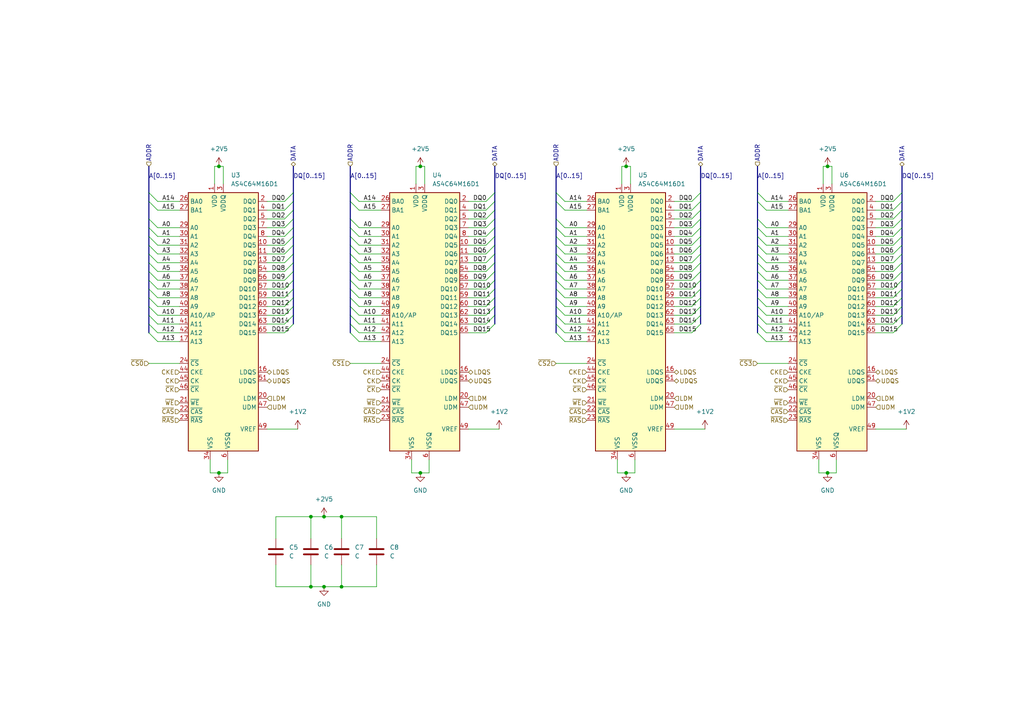
<source format=kicad_sch>
(kicad_sch (version 20230121) (generator eeschema)
  (paper "A4")
  (lib_symbols
    (symbol "Device:C" (pin_numbers hide) (pin_names (offset 0.254))
      (property "Reference" "C" (at 0.635 2.54 0))
      (property "Value" "C" (at 0.635 -2.54 0))
      (symbol "C_0_1"
        (polyline (pts (xy -2.032 -0.762) (xy 2.032 -0.762)) (stroke (width 0.508)))
        (polyline (pts (xy -2.032 0.762) (xy 2.032 0.762)) (stroke (width 0.508)))
      )
      (symbol "C_1_1"
        (pin passive line (at 0 3.81 270) (length 2.794) (name "~") (number "1"))
        (pin passive line (at 0 -3.81 90) (length 2.794) (name "~") (number "2"))
      )
    )
    (symbol "engeavour:AS4C64M16D1"
      (property "Reference" "U" (at -7.62 34.29 0))
      (property "Value" "AS4C64M16D1" (at 7.62 34.29 0))
      (symbol "AS4C64M16D1_0_1"
        (rectangle (start -10.16 33.02) (end 10.16 -41.91) (stroke (width 0.254)) (fill (type background)))
      )
      (symbol "AS4C64M16D1_1_0"
        (pin input line (at 12.7 -19.05 180) (length 2.54) (name "LDQS") (number "16"))
        (pin input line (at -12.7 -10.16 0) (length 2.54) (name "A13") (number "17"))
        (pin passive line (at -2.54 35.56 270) (length 2.54) hide (name "VDD") (number "18"))
        (pin no_connect line (at 6.35 -44.45 90) (length 2.54) hide (name "NC") (number "19"))
        (pin input line (at 12.7 -26.67 180) (length 2.54) (name "LDM") (number "20"))
        (pin no_connect line (at 6.35 -44.45 90) (length 2.54) hide (name "NC") (number "25"))
        (pin input line (at -12.7 -24.13 0) (length 2.54) (name "~{CK}") (number "46"))
        (pin input line (at 12.7 -35.56 180) (length 2.54) (name "VREF") (number "49"))
        (pin input line (at 12.7 -21.59 180) (length 2.54) (name "UDQS") (number "51"))
        (pin passive line (at 1.27 -44.45 90) (length 2.54) hide (name "VSSQ") (number "52"))
        (pin no_connect line (at 6.35 -44.45 90) (length 2.54) hide (name "NC") (number "53"))
      )
      (symbol "AS4C64M16D1_1_1"
        (pin power_in line (at -2.54 35.56 270) (length 2.54) (name "VDD") (number "1"))
        (pin bidirectional line (at 12.7 17.78 180) (length 2.54) (name "DQ5") (number "10"))
        (pin bidirectional line (at 12.7 15.24 180) (length 2.54) (name "DQ6") (number "11"))
        (pin passive line (at 1.27 -44.45 90) (length 2.54) hide (name "VSSQ") (number "12"))
        (pin bidirectional line (at 12.7 12.7 180) (length 2.54) (name "DQ7") (number "13"))
        (pin no_connect line (at -2.54 35.56 270) (length 2.54) hide (name "NC") (number "14"))
        (pin power_in line (at 0 35.56 270) (length 2.54) hide (name "VDDQ") (number "15"))
        (pin bidirectional line (at 12.7 30.48 180) (length 2.54) (name "DQ0") (number "2"))
        (pin input line (at -12.7 -27.94 0) (length 2.54) (name "~{WE}") (number "21"))
        (pin input line (at -12.7 -30.48 0) (length 2.54) (name "~{CAS}") (number "22"))
        (pin input line (at -12.7 -33.02 0) (length 2.54) (name "~{RAS}") (number "23"))
        (pin input line (at -12.7 -16.51 0) (length 2.54) (name "~{CS}") (number "24"))
        (pin input line (at -12.7 30.48 0) (length 2.54) (name "BA0") (number "26"))
        (pin input line (at -12.7 27.94 0) (length 2.54) (name "BA1") (number "27"))
        (pin input line (at -12.7 -2.54 0) (length 2.54) (name "A10/AP") (number "28"))
        (pin input line (at -12.7 22.86 0) (length 2.54) (name "A0") (number "29"))
        (pin power_in line (at 0 35.56 270) (length 2.54) (name "VDDQ") (number "3"))
        (pin input line (at -12.7 20.32 0) (length 2.54) (name "A1") (number "30"))
        (pin input line (at -12.7 17.78 0) (length 2.54) (name "A2") (number "31"))
        (pin input line (at -12.7 15.24 0) (length 2.54) (name "A3") (number "32"))
        (pin passive line (at -2.54 35.56 270) (length 2.54) hide (name "VDD") (number "33"))
        (pin power_in line (at -3.81 -44.45 90) (length 2.54) (name "VSS") (number "34"))
        (pin input line (at -12.7 12.7 0) (length 2.54) (name "A4") (number "35"))
        (pin input line (at -12.7 10.16 0) (length 2.54) (name "A5") (number "36"))
        (pin input line (at -12.7 7.62 0) (length 2.54) (name "A6") (number "37"))
        (pin input line (at -12.7 5.08 0) (length 2.54) (name "A7") (number "38"))
        (pin input line (at -12.7 2.54 0) (length 2.54) (name "A8") (number "39"))
        (pin bidirectional line (at 12.7 27.94 180) (length 2.54) (name "DQ1") (number "4"))
        (pin input line (at -12.7 0 0) (length 2.54) (name "A9") (number "40"))
        (pin input line (at -12.7 -5.08 0) (length 2.54) (name "A11") (number "41"))
        (pin input line (at -12.7 -7.62 0) (length 2.54) (name "A12") (number "42"))
        (pin no_connect line (at 6.35 -44.45 90) (length 2.54) hide (name "NC") (number "43"))
        (pin input line (at -12.7 -19.05 0) (length 2.54) (name "CKE") (number "44"))
        (pin input line (at -12.7 -21.59 0) (length 2.54) (name "CK") (number "45"))
        (pin input line (at 12.7 -29.21 180) (length 2.54) (name "UDM") (number "47"))
        (pin passive line (at -3.81 -44.45 90) (length 2.54) hide (name "VSS") (number "48"))
        (pin bidirectional line (at 12.7 25.4 180) (length 2.54) (name "DQ2") (number "5"))
        (pin no_connect line (at 6.35 -44.45 90) (length 2.54) hide (name "NC") (number "50"))
        (pin bidirectional line (at 12.7 10.16 180) (length 2.54) (name "DQ8") (number "54"))
        (pin passive line (at 0 35.56 270) (length 2.54) hide (name "VDDQ") (number "55"))
        (pin bidirectional line (at 12.7 7.62 180) (length 2.54) (name "DQ9") (number "56"))
        (pin bidirectional line (at 12.7 5.08 180) (length 2.54) (name "DQ10") (number "57"))
        (pin passive line (at 1.27 -44.45 90) (length 2.54) hide (name "VSSQ") (number "58"))
        (pin bidirectional line (at 12.7 2.54 180) (length 2.54) (name "DQ11") (number "59"))
        (pin power_in line (at 1.27 -44.45 90) (length 2.54) (name "VSSQ") (number "6"))
        (pin bidirectional line (at 12.7 0 180) (length 2.54) (name "DQ12") (number "60"))
        (pin passive line (at 0 35.56 270) (length 2.54) hide (name "VDDQ") (number "61"))
        (pin bidirectional line (at 12.7 -2.54 180) (length 2.54) (name "DQ13") (number "62"))
        (pin bidirectional line (at 12.7 -5.08 180) (length 2.54) (name "DQ14") (number "63"))
        (pin passive line (at 1.27 -44.45 90) (length 2.54) hide (name "VSSQ") (number "64"))
        (pin bidirectional line (at 12.7 -7.62 180) (length 2.54) (name "DQ15") (number "65"))
        (pin passive line (at -3.81 -44.45 90) (length 2.54) hide (name "VSS") (number "66"))
        (pin bidirectional line (at 12.7 22.86 180) (length 2.54) (name "DQ3") (number "7"))
        (pin bidirectional line (at 12.7 20.32 180) (length 2.54) (name "DQ4") (number "8"))
        (pin passive line (at 0 35.56 270) (length 2.54) hide (name "VDDQ") (number "9"))
      )
    )
    (symbol "power:+1V2" (power) (pin_names (offset 0))
      (property "Value" "+1V2" (at 0 3.556 0))
      (symbol "+1V2_0_1"
        (polyline (pts (xy -0.762 1.27) (xy 0 2.54)))
        (polyline (pts (xy 0 0) (xy 0 2.54)))
        (polyline (pts (xy 0 2.54) (xy 0.762 1.27)))
      )
      (symbol "+1V2_1_1"
        (pin power_in line (at 0 0 90) (length 0) hide (name "+1V2") (number "1"))
      )
    )
    (symbol "power:+2V5" (power) (pin_names (offset 0))
      (property "Value" "+2V5" (at 0 3.556 0))
      (symbol "+2V5_0_1"
        (polyline (pts (xy -0.762 1.27) (xy 0 2.54)))
        (polyline (pts (xy 0 0) (xy 0 2.54)))
        (polyline (pts (xy 0 2.54) (xy 0.762 1.27)))
      )
      (symbol "+2V5_1_1"
        (pin power_in line (at 0 0 90) (length 0) hide (name "+2V5") (number "1"))
      )
    )
    (symbol "power:GND" (power) (pin_names (offset 0))
      (property "Value" "GND" (at 0 -3.81 0))
      (symbol "GND_0_1"
        (polyline (pts (xy 0 0) (xy 0 -1.27) (xy 1.27 -1.27) (xy 0 -2.54) (xy -1.27 -1.27) (xy 0 -1.27)))
      )
      (symbol "GND_1_1"
        (pin power_in line (at 0 0 270) (length 0) hide (name "GND") (number "1"))
      )
    )
  )
  (junction (at 240.03 137.16))
  (junction (at 181.61 137.16))
  (junction (at 240.03 48.26))
  (junction (at 181.61 48.26))
  (junction (at 121.92 48.26))
  (junction (at 99.06 170.18))
  (junction (at 99.06 149.86))
  (junction (at 93.98 170.18))
  (junction (at 90.17 149.86))
  (junction (at 63.5 48.26))
  (junction (at 93.98 149.86))
  (junction (at 90.17 170.18))
  (junction (at 121.92 137.16))
  (junction (at 63.5 137.16))
  (bus_entry (at 261.62 58.42) (size -2.54 2.54))
  (bus_entry (at 219.71 86.36) (size 2.54 2.54))
  (bus_entry (at 219.71 63.5) (size 2.54 2.54))
  (bus_entry (at 101.6 91.44) (size 2.54 2.54))
  (bus_entry (at 43.18 58.42) (size 2.54 2.54))
  (bus_entry (at 219.71 71.12) (size 2.54 2.54))
  (bus_entry (at 143.51 91.44) (size -2.54 2.54))
  (bus_entry (at 143.51 86.36) (size -2.54 2.54))
  (bus_entry (at 101.6 73.66) (size 2.54 2.54))
  (bus_entry (at 203.2 66.04) (size -2.54 2.54))
  (bus_entry (at 143.51 76.2) (size -2.54 2.54))
  (bus_entry (at 101.6 93.98) (size 2.54 2.54))
  (bus_entry (at 101.6 96.52) (size 2.54 2.54))
  (bus_entry (at 219.71 88.9) (size 2.54 2.54))
  (bus_entry (at 43.18 76.2) (size 2.54 2.54))
  (bus_entry (at 101.6 78.74) (size 2.54 2.54))
  (bus_entry (at 143.51 71.12) (size -2.54 2.54))
  (bus_entry (at 143.51 78.74) (size -2.54 2.54))
  (bus_entry (at 143.51 68.58) (size -2.54 2.54))
  (bus_entry (at 261.62 81.28) (size -2.54 2.54))
  (bus_entry (at 161.29 68.58) (size 2.54 2.54))
  (bus_entry (at 203.2 63.5) (size -2.54 2.54))
  (bus_entry (at 219.71 91.44) (size 2.54 2.54))
  (bus_entry (at 203.2 86.36) (size -2.54 2.54))
  (bus_entry (at 203.2 81.28) (size -2.54 2.54))
  (bus_entry (at 203.2 55.88) (size -2.54 2.54))
  (bus_entry (at 161.29 73.66) (size 2.54 2.54))
  (bus_entry (at 261.62 83.82) (size -2.54 2.54))
  (bus_entry (at 101.6 55.88) (size 2.54 2.54))
  (bus_entry (at 43.18 91.44) (size 2.54 2.54))
  (bus_entry (at 85.09 66.04) (size -2.54 2.54))
  (bus_entry (at 261.62 78.74) (size -2.54 2.54))
  (bus_entry (at 161.29 81.28) (size 2.54 2.54))
  (bus_entry (at 219.71 58.42) (size 2.54 2.54))
  (bus_entry (at 85.09 63.5) (size -2.54 2.54))
  (bus_entry (at 161.29 63.5) (size 2.54 2.54))
  (bus_entry (at 161.29 78.74) (size 2.54 2.54))
  (bus_entry (at 203.2 78.74) (size -2.54 2.54))
  (bus_entry (at 101.6 88.9) (size 2.54 2.54))
  (bus_entry (at 85.09 86.36) (size -2.54 2.54))
  (bus_entry (at 85.09 88.9) (size -2.54 2.54))
  (bus_entry (at 143.51 88.9) (size -2.54 2.54))
  (bus_entry (at 43.18 68.58) (size 2.54 2.54))
  (bus_entry (at 43.18 86.36) (size 2.54 2.54))
  (bus_entry (at 101.6 58.42) (size 2.54 2.54))
  (bus_entry (at 219.71 93.98) (size 2.54 2.54))
  (bus_entry (at 261.62 91.44) (size -2.54 2.54))
  (bus_entry (at 161.29 71.12) (size 2.54 2.54))
  (bus_entry (at 261.62 93.98) (size -2.54 2.54))
  (bus_entry (at 101.6 86.36) (size 2.54 2.54))
  (bus_entry (at 161.29 66.04) (size 2.54 2.54))
  (bus_entry (at 85.09 83.82) (size -2.54 2.54))
  (bus_entry (at 101.6 81.28) (size 2.54 2.54))
  (bus_entry (at 261.62 86.36) (size -2.54 2.54))
  (bus_entry (at 43.18 66.04) (size 2.54 2.54))
  (bus_entry (at 143.51 83.82) (size -2.54 2.54))
  (bus_entry (at 85.09 93.98) (size -2.54 2.54))
  (bus_entry (at 219.71 78.74) (size 2.54 2.54))
  (bus_entry (at 85.09 58.42) (size -2.54 2.54))
  (bus_entry (at 43.18 88.9) (size 2.54 2.54))
  (bus_entry (at 261.62 73.66) (size -2.54 2.54))
  (bus_entry (at 161.29 83.82) (size 2.54 2.54))
  (bus_entry (at 85.09 60.96) (size -2.54 2.54))
  (bus_entry (at 143.51 55.88) (size -2.54 2.54))
  (bus_entry (at 85.09 73.66) (size -2.54 2.54))
  (bus_entry (at 261.62 68.58) (size -2.54 2.54))
  (bus_entry (at 43.18 73.66) (size 2.54 2.54))
  (bus_entry (at 219.71 55.88) (size 2.54 2.54))
  (bus_entry (at 161.29 93.98) (size 2.54 2.54))
  (bus_entry (at 143.51 58.42) (size -2.54 2.54))
  (bus_entry (at 203.2 68.58) (size -2.54 2.54))
  (bus_entry (at 261.62 63.5) (size -2.54 2.54))
  (bus_entry (at 219.71 66.04) (size 2.54 2.54))
  (bus_entry (at 43.18 63.5) (size 2.54 2.54))
  (bus_entry (at 203.2 76.2) (size -2.54 2.54))
  (bus_entry (at 161.29 55.88) (size 2.54 2.54))
  (bus_entry (at 203.2 91.44) (size -2.54 2.54))
  (bus_entry (at 143.51 93.98) (size -2.54 2.54))
  (bus_entry (at 85.09 81.28) (size -2.54 2.54))
  (bus_entry (at 203.2 58.42) (size -2.54 2.54))
  (bus_entry (at 261.62 76.2) (size -2.54 2.54))
  (bus_entry (at 143.51 73.66) (size -2.54 2.54))
  (bus_entry (at 43.18 96.52) (size 2.54 2.54))
  (bus_entry (at 261.62 60.96) (size -2.54 2.54))
  (bus_entry (at 219.71 81.28) (size 2.54 2.54))
  (bus_entry (at 85.09 78.74) (size -2.54 2.54))
  (bus_entry (at 203.2 83.82) (size -2.54 2.54))
  (bus_entry (at 85.09 71.12) (size -2.54 2.54))
  (bus_entry (at 143.51 60.96) (size -2.54 2.54))
  (bus_entry (at 219.71 96.52) (size 2.54 2.54))
  (bus_entry (at 161.29 58.42) (size 2.54 2.54))
  (bus_entry (at 161.29 86.36) (size 2.54 2.54))
  (bus_entry (at 85.09 68.58) (size -2.54 2.54))
  (bus_entry (at 161.29 76.2) (size 2.54 2.54))
  (bus_entry (at 203.2 73.66) (size -2.54 2.54))
  (bus_entry (at 101.6 66.04) (size 2.54 2.54))
  (bus_entry (at 219.71 68.58) (size 2.54 2.54))
  (bus_entry (at 219.71 83.82) (size 2.54 2.54))
  (bus_entry (at 43.18 71.12) (size 2.54 2.54))
  (bus_entry (at 161.29 88.9) (size 2.54 2.54))
  (bus_entry (at 261.62 55.88) (size -2.54 2.54))
  (bus_entry (at 203.2 60.96) (size -2.54 2.54))
  (bus_entry (at 203.2 71.12) (size -2.54 2.54))
  (bus_entry (at 143.51 66.04) (size -2.54 2.54))
  (bus_entry (at 85.09 91.44) (size -2.54 2.54))
  (bus_entry (at 43.18 55.88) (size 2.54 2.54))
  (bus_entry (at 219.71 76.2) (size 2.54 2.54))
  (bus_entry (at 43.18 78.74) (size 2.54 2.54))
  (bus_entry (at 161.29 96.52) (size 2.54 2.54))
  (bus_entry (at 101.6 76.2) (size 2.54 2.54))
  (bus_entry (at 143.51 63.5) (size -2.54 2.54))
  (bus_entry (at 161.29 91.44) (size 2.54 2.54))
  (bus_entry (at 261.62 88.9) (size -2.54 2.54))
  (bus_entry (at 85.09 76.2) (size -2.54 2.54))
  (bus_entry (at 203.2 93.98) (size -2.54 2.54))
  (bus_entry (at 43.18 93.98) (size 2.54 2.54))
  (bus_entry (at 101.6 63.5) (size 2.54 2.54))
  (bus_entry (at 43.18 83.82) (size 2.54 2.54))
  (bus_entry (at 143.51 81.28) (size -2.54 2.54))
  (bus_entry (at 85.09 55.88) (size -2.54 2.54))
  (bus_entry (at 219.71 73.66) (size 2.54 2.54))
  (bus_entry (at 101.6 83.82) (size 2.54 2.54))
  (bus_entry (at 203.2 88.9) (size -2.54 2.54))
  (bus_entry (at 43.18 81.28) (size 2.54 2.54))
  (bus_entry (at 261.62 66.04) (size -2.54 2.54))
  (bus_entry (at 261.62 71.12) (size -2.54 2.54))
  (bus_entry (at 101.6 71.12) (size 2.54 2.54))
  (bus_entry (at 101.6 68.58) (size 2.54 2.54))
  (wire (pts (xy 163.83 68.58) (xy 170.18 68.58)))
  (wire (pts (xy 195.58 68.58) (xy 200.66 68.58)))
  (wire (pts (xy 163.83 73.66) (xy 170.18 73.66)))
  (bus (pts (xy 203.2 68.58) (xy 203.2 71.12)))
  (wire (pts (xy 163.83 83.82) (xy 170.18 83.82)))
  (wire (pts (xy 163.83 88.9) (xy 170.18 88.9)))
  (wire (pts (xy 109.22 170.18) (xy 99.06 170.18)))
  (bus (pts (xy 143.51 83.82) (xy 143.51 86.36)))
  (bus (pts (xy 161.29 83.82) (xy 161.29 86.36)))
  (wire (pts (xy 254 60.96) (xy 259.08 60.96)))
  (wire (pts (xy 181.61 137.16) (xy 184.15 137.16)))
  (bus (pts (xy 219.71 88.9) (xy 219.71 91.44)))
  (wire (pts (xy 163.83 58.42) (xy 170.18 58.42)))
  (wire (pts (xy 90.17 149.86) (xy 93.98 149.86)))
  (wire (pts (xy 77.47 86.36) (xy 82.55 86.36)))
  (wire (pts (xy 121.92 48.26) (xy 123.19 48.26)))
  (bus (pts (xy 101.6 73.66) (xy 101.6 76.2)))
  (bus (pts (xy 143.51 63.5) (xy 143.51 66.04)))
  (bus (pts (xy 219.71 83.82) (xy 219.71 86.36)))
  (bus (pts (xy 43.18 48.26) (xy 43.18 55.88)))
  (wire (pts (xy 123.19 48.26) (xy 123.19 53.34)))
  (bus (pts (xy 219.71 81.28) (xy 219.71 83.82)))
  (bus (pts (xy 143.51 68.58) (xy 143.51 71.12)))
  (bus (pts (xy 101.6 58.42) (xy 101.6 63.5)))
  (wire (pts (xy 45.72 76.2) (xy 52.07 76.2)))
  (wire (pts (xy 66.04 137.16) (xy 66.04 133.35)))
  (wire (pts (xy 222.25 71.12) (xy 228.6 71.12)))
  (wire (pts (xy 163.83 99.06) (xy 170.18 99.06)))
  (bus (pts (xy 219.71 68.58) (xy 219.71 71.12)))
  (wire (pts (xy 45.72 88.9) (xy 52.07 88.9)))
  (bus (pts (xy 143.51 58.42) (xy 143.51 60.96)))
  (bus (pts (xy 203.2 58.42) (xy 203.2 60.96)))
  (bus (pts (xy 203.2 55.88) (xy 203.2 58.42)))
  (bus (pts (xy 143.51 81.28) (xy 143.51 83.82)))
  (bus (pts (xy 261.62 63.5) (xy 261.62 66.04)))
  (wire (pts (xy 222.25 73.66) (xy 228.6 73.66)))
  (wire (pts (xy 77.47 58.42) (xy 82.55 58.42)))
  (bus (pts (xy 101.6 55.88) (xy 101.6 58.42)))
  (wire (pts (xy 45.72 66.04) (xy 52.07 66.04)))
  (wire (pts (xy 222.25 96.52) (xy 228.6 96.52)))
  (wire (pts (xy 135.89 88.9) (xy 140.97 88.9)))
  (bus (pts (xy 219.71 93.98) (xy 219.71 96.52)))
  (bus (pts (xy 203.2 91.44) (xy 203.2 93.98)))
  (bus (pts (xy 43.18 83.82) (xy 43.18 86.36)))
  (wire (pts (xy 195.58 66.04) (xy 200.66 66.04)))
  (wire (pts (xy 135.89 66.04) (xy 140.97 66.04)))
  (wire (pts (xy 90.17 170.18) (xy 80.01 170.18)))
  (wire (pts (xy 222.25 86.36) (xy 228.6 86.36)))
  (wire (pts (xy 104.14 68.58) (xy 110.49 68.58)))
  (wire (pts (xy 254 78.74) (xy 259.08 78.74)))
  (bus (pts (xy 261.62 55.88) (xy 261.62 58.42)))
  (bus (pts (xy 143.51 76.2) (xy 143.51 78.74)))
  (wire (pts (xy 195.58 78.74) (xy 200.66 78.74)))
  (wire (pts (xy 135.89 91.44) (xy 140.97 91.44)))
  (wire (pts (xy 104.14 78.74) (xy 110.49 78.74)))
  (wire (pts (xy 77.47 93.98) (xy 82.55 93.98)))
  (wire (pts (xy 104.14 88.9) (xy 110.49 88.9)))
  (wire (pts (xy 120.65 53.34) (xy 120.65 48.26)))
  (wire (pts (xy 135.89 60.96) (xy 140.97 60.96)))
  (wire (pts (xy 45.72 78.74) (xy 52.07 78.74)))
  (wire (pts (xy 60.96 133.35) (xy 60.96 137.16)))
  (bus (pts (xy 101.6 83.82) (xy 101.6 86.36)))
  (wire (pts (xy 45.72 91.44) (xy 52.07 91.44)))
  (wire (pts (xy 77.47 96.52) (xy 82.55 96.52)))
  (bus (pts (xy 85.09 63.5) (xy 85.09 66.04)))
  (wire (pts (xy 195.58 83.82) (xy 200.66 83.82)))
  (bus (pts (xy 219.71 86.36) (xy 219.71 88.9)))
  (wire (pts (xy 121.92 137.16) (xy 124.46 137.16)))
  (bus (pts (xy 101.6 68.58) (xy 101.6 71.12)))
  (wire (pts (xy 222.25 91.44) (xy 228.6 91.44)))
  (wire (pts (xy 77.47 88.9) (xy 82.55 88.9)))
  (wire (pts (xy 195.58 58.42) (xy 200.66 58.42)))
  (wire (pts (xy 45.72 86.36) (xy 52.07 86.36)))
  (wire (pts (xy 62.23 53.34) (xy 62.23 48.26)))
  (wire (pts (xy 195.58 124.46) (xy 204.47 124.46)))
  (bus (pts (xy 161.29 81.28) (xy 161.29 83.82)))
  (bus (pts (xy 85.09 81.28) (xy 85.09 83.82)))
  (wire (pts (xy 99.06 156.21) (xy 99.06 149.86)))
  (wire (pts (xy 43.18 105.41) (xy 52.07 105.41)))
  (wire (pts (xy 195.58 71.12) (xy 200.66 71.12)))
  (wire (pts (xy 254 68.58) (xy 259.08 68.58)))
  (wire (pts (xy 135.89 81.28) (xy 140.97 81.28)))
  (wire (pts (xy 60.96 137.16) (xy 63.5 137.16)))
  (bus (pts (xy 219.71 78.74) (xy 219.71 81.28)))
  (wire (pts (xy 104.14 83.82) (xy 110.49 83.82)))
  (wire (pts (xy 222.25 66.04) (xy 228.6 66.04)))
  (wire (pts (xy 104.14 96.52) (xy 110.49 96.52)))
  (wire (pts (xy 179.07 133.35) (xy 179.07 137.16)))
  (wire (pts (xy 119.38 133.35) (xy 119.38 137.16)))
  (bus (pts (xy 203.2 83.82) (xy 203.2 86.36)))
  (wire (pts (xy 77.47 68.58) (xy 82.55 68.58)))
  (wire (pts (xy 163.83 86.36) (xy 170.18 86.36)))
  (wire (pts (xy 77.47 91.44) (xy 82.55 91.44)))
  (wire (pts (xy 99.06 149.86) (xy 93.98 149.86)))
  (bus (pts (xy 101.6 63.5) (xy 101.6 66.04)))
  (wire (pts (xy 104.14 81.28) (xy 110.49 81.28)))
  (bus (pts (xy 43.18 73.66) (xy 43.18 76.2)))
  (bus (pts (xy 143.51 60.96) (xy 143.51 63.5)))
  (bus (pts (xy 161.29 93.98) (xy 161.29 96.52)))
  (wire (pts (xy 63.5 137.16) (xy 66.04 137.16)))
  (wire (pts (xy 254 66.04) (xy 259.08 66.04)))
  (bus (pts (xy 143.51 73.66) (xy 143.51 76.2)))
  (wire (pts (xy 195.58 81.28) (xy 200.66 81.28)))
  (wire (pts (xy 163.83 66.04) (xy 170.18 66.04)))
  (wire (pts (xy 77.47 60.96) (xy 82.55 60.96)))
  (wire (pts (xy 163.83 96.52) (xy 170.18 96.52)))
  (wire (pts (xy 163.83 78.74) (xy 170.18 78.74)))
  (bus (pts (xy 143.51 66.04) (xy 143.51 68.58)))
  (bus (pts (xy 85.09 66.04) (xy 85.09 68.58)))
  (bus (pts (xy 161.29 71.12) (xy 161.29 73.66)))
  (bus (pts (xy 101.6 93.98) (xy 101.6 96.52)))
  (wire (pts (xy 254 76.2) (xy 259.08 76.2)))
  (wire (pts (xy 184.15 137.16) (xy 184.15 133.35)))
  (wire (pts (xy 180.34 53.34) (xy 180.34 48.26)))
  (wire (pts (xy 104.14 93.98) (xy 110.49 93.98)))
  (bus (pts (xy 219.71 48.26) (xy 219.71 55.88)))
  (wire (pts (xy 195.58 60.96) (xy 200.66 60.96)))
  (wire (pts (xy 77.47 124.46) (xy 86.36 124.46)))
  (wire (pts (xy 63.5 48.26) (xy 64.77 48.26)))
  (bus (pts (xy 101.6 78.74) (xy 101.6 81.28)))
  (wire (pts (xy 179.07 137.16) (xy 181.61 137.16)))
  (bus (pts (xy 203.2 81.28) (xy 203.2 83.82)))
  (wire (pts (xy 254 73.66) (xy 259.08 73.66)))
  (wire (pts (xy 222.25 78.74) (xy 228.6 78.74)))
  (wire (pts (xy 45.72 93.98) (xy 52.07 93.98)))
  (wire (pts (xy 254 81.28) (xy 259.08 81.28)))
  (wire (pts (xy 77.47 76.2) (xy 82.55 76.2)))
  (bus (pts (xy 261.62 58.42) (xy 261.62 60.96)))
  (bus (pts (xy 261.62 88.9) (xy 261.62 91.44)))
  (bus (pts (xy 219.71 71.12) (xy 219.71 73.66)))
  (bus (pts (xy 203.2 73.66) (xy 203.2 76.2)))
  (wire (pts (xy 237.49 137.16) (xy 240.03 137.16)))
  (bus (pts (xy 43.18 55.88) (xy 43.18 58.42)))
  (bus (pts (xy 261.62 48.26) (xy 261.62 55.88)))
  (bus (pts (xy 143.51 78.74) (xy 143.51 81.28)))
  (bus (pts (xy 203.2 48.26) (xy 203.2 55.88)))
  (wire (pts (xy 182.88 48.26) (xy 182.88 53.34)))
  (bus (pts (xy 203.2 60.96) (xy 203.2 63.5)))
  (wire (pts (xy 222.25 81.28) (xy 228.6 81.28)))
  (wire (pts (xy 222.25 76.2) (xy 228.6 76.2)))
  (bus (pts (xy 219.71 66.04) (xy 219.71 68.58)))
  (wire (pts (xy 77.47 83.82) (xy 82.55 83.82)))
  (wire (pts (xy 163.83 76.2) (xy 170.18 76.2)))
  (wire (pts (xy 135.89 68.58) (xy 140.97 68.58)))
  (wire (pts (xy 254 58.42) (xy 259.08 58.42)))
  (bus (pts (xy 261.62 91.44) (xy 261.62 93.98)))
  (wire (pts (xy 104.14 71.12) (xy 110.49 71.12)))
  (bus (pts (xy 219.71 73.66) (xy 219.71 76.2)))
  (bus (pts (xy 143.51 91.44) (xy 143.51 93.98)))
  (bus (pts (xy 85.09 86.36) (xy 85.09 88.9)))
  (wire (pts (xy 181.61 48.26) (xy 182.88 48.26)))
  (wire (pts (xy 45.72 73.66) (xy 52.07 73.66)))
  (bus (pts (xy 143.51 48.26) (xy 143.51 55.88)))
  (bus (pts (xy 43.18 93.98) (xy 43.18 96.52)))
  (bus (pts (xy 203.2 88.9) (xy 203.2 91.44)))
  (bus (pts (xy 85.09 91.44) (xy 85.09 93.98)))
  (bus (pts (xy 261.62 73.66) (xy 261.62 76.2)))
  (wire (pts (xy 254 83.82) (xy 259.08 83.82)))
  (wire (pts (xy 254 93.98) (xy 259.08 93.98)))
  (bus (pts (xy 85.09 60.96) (xy 85.09 63.5)))
  (wire (pts (xy 109.22 163.83) (xy 109.22 170.18)))
  (bus (pts (xy 101.6 88.9) (xy 101.6 91.44)))
  (wire (pts (xy 99.06 163.83) (xy 99.06 170.18)))
  (bus (pts (xy 101.6 48.26) (xy 101.6 55.88)))
  (wire (pts (xy 161.29 105.41) (xy 170.18 105.41)))
  (bus (pts (xy 261.62 81.28) (xy 261.62 83.82)))
  (wire (pts (xy 254 88.9) (xy 259.08 88.9)))
  (bus (pts (xy 261.62 86.36) (xy 261.62 88.9)))
  (bus (pts (xy 219.71 58.42) (xy 219.71 63.5)))
  (wire (pts (xy 104.14 60.96) (xy 110.49 60.96)))
  (bus (pts (xy 143.51 86.36) (xy 143.51 88.9)))
  (wire (pts (xy 195.58 76.2) (xy 200.66 76.2)))
  (bus (pts (xy 219.71 91.44) (xy 219.71 93.98)))
  (bus (pts (xy 43.18 71.12) (xy 43.18 73.66)))
  (bus (pts (xy 261.62 68.58) (xy 261.62 71.12)))
  (wire (pts (xy 222.25 60.96) (xy 228.6 60.96)))
  (wire (pts (xy 240.03 137.16) (xy 242.57 137.16)))
  (bus (pts (xy 85.09 78.74) (xy 85.09 81.28)))
  (wire (pts (xy 242.57 137.16) (xy 242.57 133.35)))
  (wire (pts (xy 254 91.44) (xy 259.08 91.44)))
  (bus (pts (xy 101.6 66.04) (xy 101.6 68.58)))
  (bus (pts (xy 161.29 73.66) (xy 161.29 76.2)))
  (bus (pts (xy 261.62 66.04) (xy 261.62 68.58)))
  (bus (pts (xy 85.09 76.2) (xy 85.09 78.74)))
  (bus (pts (xy 43.18 81.28) (xy 43.18 83.82)))
  (bus (pts (xy 219.71 55.88) (xy 219.71 58.42)))
  (bus (pts (xy 219.71 76.2) (xy 219.71 78.74)))
  (wire (pts (xy 135.89 58.42) (xy 140.97 58.42)))
  (bus (pts (xy 43.18 86.36) (xy 43.18 88.9)))
  (bus (pts (xy 161.29 76.2) (xy 161.29 78.74)))
  (bus (pts (xy 261.62 60.96) (xy 261.62 63.5)))
  (wire (pts (xy 77.47 63.5) (xy 82.55 63.5)))
  (wire (pts (xy 222.25 58.42) (xy 228.6 58.42)))
  (wire (pts (xy 163.83 93.98) (xy 170.18 93.98)))
  (wire (pts (xy 80.01 156.21) (xy 80.01 149.86)))
  (wire (pts (xy 135.89 96.52) (xy 140.97 96.52)))
  (bus (pts (xy 161.29 78.74) (xy 161.29 81.28)))
  (bus (pts (xy 101.6 81.28) (xy 101.6 83.82)))
  (bus (pts (xy 203.2 76.2) (xy 203.2 78.74)))
  (bus (pts (xy 85.09 88.9) (xy 85.09 91.44)))
  (bus (pts (xy 143.51 71.12) (xy 143.51 73.66)))
  (wire (pts (xy 104.14 58.42) (xy 110.49 58.42)))
  (wire (pts (xy 80.01 170.18) (xy 80.01 163.83)))
  (bus (pts (xy 161.29 55.88) (xy 161.29 58.42)))
  (bus (pts (xy 261.62 83.82) (xy 261.62 86.36)))
  (wire (pts (xy 195.58 86.36) (xy 200.66 86.36)))
  (bus (pts (xy 203.2 78.74) (xy 203.2 81.28)))
  (wire (pts (xy 222.25 83.82) (xy 228.6 83.82)))
  (bus (pts (xy 43.18 58.42) (xy 43.18 63.5)))
  (wire (pts (xy 254 71.12) (xy 259.08 71.12)))
  (bus (pts (xy 43.18 63.5) (xy 43.18 66.04)))
  (wire (pts (xy 195.58 88.9) (xy 200.66 88.9)))
  (bus (pts (xy 143.51 88.9) (xy 143.51 91.44)))
  (bus (pts (xy 203.2 63.5) (xy 203.2 66.04)))
  (wire (pts (xy 90.17 163.83) (xy 90.17 170.18)))
  (wire (pts (xy 93.98 170.18) (xy 90.17 170.18)))
  (wire (pts (xy 45.72 99.06) (xy 52.07 99.06)))
  (wire (pts (xy 45.72 81.28) (xy 52.07 81.28)))
  (bus (pts (xy 43.18 66.04) (xy 43.18 68.58)))
  (wire (pts (xy 77.47 71.12) (xy 82.55 71.12)))
  (bus (pts (xy 161.29 63.5) (xy 161.29 66.04)))
  (wire (pts (xy 104.14 91.44) (xy 110.49 91.44)))
  (wire (pts (xy 163.83 81.28) (xy 170.18 81.28)))
  (bus (pts (xy 203.2 66.04) (xy 203.2 68.58)))
  (bus (pts (xy 161.29 91.44) (xy 161.29 93.98)))
  (bus (pts (xy 85.09 68.58) (xy 85.09 71.12)))
  (wire (pts (xy 195.58 63.5) (xy 200.66 63.5)))
  (wire (pts (xy 254 124.46) (xy 262.89 124.46)))
  (wire (pts (xy 45.72 68.58) (xy 52.07 68.58)))
  (wire (pts (xy 254 86.36) (xy 259.08 86.36)))
  (wire (pts (xy 254 96.52) (xy 259.08 96.52)))
  (bus (pts (xy 161.29 48.26) (xy 161.29 55.88)))
  (wire (pts (xy 135.89 71.12) (xy 140.97 71.12)))
  (bus (pts (xy 161.29 58.42) (xy 161.29 63.5)))
  (bus (pts (xy 43.18 88.9) (xy 43.18 91.44)))
  (wire (pts (xy 237.49 133.35) (xy 237.49 137.16)))
  (bus (pts (xy 43.18 76.2) (xy 43.18 78.74)))
  (wire (pts (xy 90.17 156.21) (xy 90.17 149.86)))
  (wire (pts (xy 77.47 81.28) (xy 82.55 81.28)))
  (bus (pts (xy 219.71 63.5) (xy 219.71 66.04)))
  (bus (pts (xy 161.29 88.9) (xy 161.29 91.44)))
  (wire (pts (xy 195.58 73.66) (xy 200.66 73.66)))
  (bus (pts (xy 143.51 55.88) (xy 143.51 58.42)))
  (wire (pts (xy 195.58 91.44) (xy 200.66 91.44)))
  (wire (pts (xy 104.14 66.04) (xy 110.49 66.04)))
  (wire (pts (xy 77.47 73.66) (xy 82.55 73.66)))
  (bus (pts (xy 203.2 71.12) (xy 203.2 73.66)))
  (wire (pts (xy 45.72 58.42) (xy 52.07 58.42)))
  (bus (pts (xy 85.09 58.42) (xy 85.09 60.96)))
  (wire (pts (xy 195.58 93.98) (xy 200.66 93.98)))
  (bus (pts (xy 261.62 78.74) (xy 261.62 81.28)))
  (wire (pts (xy 163.83 71.12) (xy 170.18 71.12)))
  (bus (pts (xy 85.09 71.12) (xy 85.09 73.66)))
  (bus (pts (xy 203.2 86.36) (xy 203.2 88.9)))
  (bus (pts (xy 43.18 91.44) (xy 43.18 93.98)))
  (wire (pts (xy 62.23 48.26) (xy 63.5 48.26)))
  (wire (pts (xy 119.38 137.16) (xy 121.92 137.16)))
  (bus (pts (xy 101.6 71.12) (xy 101.6 73.66)))
  (bus (pts (xy 85.09 55.88) (xy 85.09 58.42)))
  (wire (pts (xy 222.25 68.58) (xy 228.6 68.58)))
  (wire (pts (xy 222.25 88.9) (xy 228.6 88.9)))
  (bus (pts (xy 85.09 83.82) (xy 85.09 86.36)))
  (wire (pts (xy 104.14 76.2) (xy 110.49 76.2)))
  (wire (pts (xy 109.22 149.86) (xy 99.06 149.86)))
  (wire (pts (xy 135.89 124.46) (xy 144.78 124.46)))
  (bus (pts (xy 85.09 48.26) (xy 85.09 55.88)))
  (wire (pts (xy 254 63.5) (xy 259.08 63.5)))
  (wire (pts (xy 80.01 149.86) (xy 90.17 149.86)))
  (wire (pts (xy 99.06 170.18) (xy 93.98 170.18)))
  (wire (pts (xy 195.58 96.52) (xy 200.66 96.52)))
  (wire (pts (xy 180.34 48.26) (xy 181.61 48.26)))
  (bus (pts (xy 43.18 68.58) (xy 43.18 71.12)))
  (wire (pts (xy 101.6 105.41) (xy 110.49 105.41)))
  (bus (pts (xy 101.6 86.36) (xy 101.6 88.9)))
  (wire (pts (xy 219.71 105.41) (xy 228.6 105.41)))
  (wire (pts (xy 104.14 73.66) (xy 110.49 73.66)))
  (bus (pts (xy 261.62 76.2) (xy 261.62 78.74)))
  (bus (pts (xy 101.6 91.44) (xy 101.6 93.98)))
  (wire (pts (xy 222.25 99.06) (xy 228.6 99.06)))
  (wire (pts (xy 45.72 96.52) (xy 52.07 96.52)))
  (wire (pts (xy 45.72 71.12) (xy 52.07 71.12)))
  (bus (pts (xy 261.62 71.12) (xy 261.62 73.66)))
  (wire (pts (xy 222.25 93.98) (xy 228.6 93.98)))
  (wire (pts (xy 240.03 48.26) (xy 241.3 48.26)))
  (wire (pts (xy 77.47 66.04) (xy 82.55 66.04)))
  (wire (pts (xy 163.83 60.96) (xy 170.18 60.96)))
  (wire (pts (xy 135.89 83.82) (xy 140.97 83.82)))
  (wire (pts (xy 104.14 86.36) (xy 110.49 86.36)))
  (wire (pts (xy 64.77 48.26) (xy 64.77 53.34)))
  (wire (pts (xy 135.89 86.36) (xy 140.97 86.36)))
  (wire (pts (xy 77.47 78.74) (xy 82.55 78.74)))
  (wire (pts (xy 238.76 53.34) (xy 238.76 48.26)))
  (wire (pts (xy 135.89 63.5) (xy 140.97 63.5)))
  (wire (pts (xy 163.83 91.44) (xy 170.18 91.44)))
  (wire (pts (xy 45.72 60.96) (xy 52.07 60.96)))
  (bus (pts (xy 85.09 73.66) (xy 85.09 76.2)))
  (wire (pts (xy 45.72 83.82) (xy 52.07 83.82)))
  (wire (pts (xy 135.89 78.74) (xy 140.97 78.74)))
  (bus (pts (xy 161.29 66.04) (xy 161.29 68.58)))
  (wire (pts (xy 109.22 156.21) (xy 109.22 149.86)))
  (wire (pts (xy 241.3 48.26) (xy 241.3 53.34)))
  (wire (pts (xy 135.89 93.98) (xy 140.97 93.98)))
  (bus (pts (xy 161.29 86.36) (xy 161.29 88.9)))
  (bus (pts (xy 101.6 76.2) (xy 101.6 78.74)))
  (wire (pts (xy 238.76 48.26) (xy 240.03 48.26)))
  (bus (pts (xy 43.18 78.74) (xy 43.18 81.28)))
  (wire (pts (xy 104.14 99.06) (xy 110.49 99.06)))
  (bus (pts (xy 161.29 68.58) (xy 161.29 71.12)))
  (wire (pts (xy 135.89 73.66) (xy 140.97 73.66)))
  (wire (pts (xy 124.46 137.16) (xy 124.46 133.35)))
  (wire (pts (xy 135.89 76.2) (xy 140.97 76.2)))
  (wire (pts (xy 120.65 48.26) (xy 121.92 48.26)))
  (label "A7" (at 165.1 83.82 0))
  (label "DQ9" (at 255.27 81.28 0))
  (label "A14" (at 46.99 58.42 0))
  (label "A7" (at 46.99 83.82 0))
  (label "DQ6" (at 255.27 73.66 0))
  (label "A12" (at 46.99 96.52 0))
  (label "DQ8" (at 196.85 78.74 0))
  (label "DQ10" (at 137.16 83.82 0))
  (label "A3" (at 165.1 73.66 0))
  (label "DQ13" (at 196.85 91.44 0))
  (label "DQ11" (at 78.74 86.36 0))
  (label "A11" (at 105.41 93.98 0))
  (label "A8" (at 46.99 86.36 0))
  (label "A1" (at 46.99 68.58 0))
  (label "A1" (at 165.1 68.58 0))
  (label "DQ8" (at 78.74 78.74 0))
  (label "A12" (at 105.41 96.52 0))
  (label "A7" (at 223.52 83.82 0))
  (label "DQ2" (at 255.27 63.5 0))
  (label "DQ11" (at 196.85 86.36 0))
  (label "A10" (at 165.1 91.44 0))
  (label "DQ11" (at 255.27 86.36 0))
  (label "A14" (at 223.52 58.42 0))
  (label "DQ2" (at 78.74 63.5 0))
  (label "A2" (at 223.52 71.12 0))
  (label "DQ9" (at 137.16 81.28 0))
  (label "A[0..15]" (at 161.29 52.07 0))
  (label "A5" (at 46.99 78.74 0))
  (label "DQ11" (at 137.16 86.36 0))
  (label "A15" (at 105.41 60.96 0))
  (label "DQ6" (at 196.85 73.66 0))
  (label "DQ12" (at 137.16 88.9 0))
  (label "A10" (at 46.99 91.44 0))
  (label "A5" (at 165.1 78.74 0))
  (label "A[0..15]" (at 43.18 52.07 0))
  (label "DQ14" (at 255.27 93.98 0))
  (label "DQ12" (at 255.27 88.9 0))
  (label "A4" (at 105.41 76.2 0))
  (label "DQ4" (at 255.27 68.58 0))
  (label "A9" (at 165.1 88.9 0))
  (label "A15" (at 223.52 60.96 0))
  (label "DQ13" (at 78.74 91.44 0))
  (label "A6" (at 165.1 81.28 0))
  (label "A13" (at 46.99 99.06 0))
  (label "A2" (at 165.1 71.12 0))
  (label "A1" (at 105.41 68.58 0))
  (label "DQ15" (at 196.85 96.52 0))
  (label "DQ14" (at 137.16 93.98 0))
  (label "DQ5" (at 78.74 71.12 0))
  (label "DQ6" (at 78.74 73.66 0))
  (label "DQ10" (at 255.27 83.82 0))
  (label "DQ3" (at 255.27 66.04 0))
  (label "DQ13" (at 137.16 91.44 0))
  (label "A0" (at 105.41 66.04 0))
  (label "A4" (at 223.52 76.2 0))
  (label "A4" (at 46.99 76.2 0))
  (label "DQ1" (at 196.85 60.96 0))
  (label "DQ1" (at 78.74 60.96 0))
  (label "A0" (at 223.52 66.04 0))
  (label "A3" (at 46.99 73.66 0))
  (label "A10" (at 105.41 91.44 0))
  (label "DQ[0..15]" (at 203.2 52.07 0))
  (label "DQ8" (at 137.16 78.74 0))
  (label "DQ6" (at 137.16 73.66 0))
  (label "DQ2" (at 196.85 63.5 0))
  (label "A13" (at 165.1 99.06 0))
  (label "DQ13" (at 255.27 91.44 0))
  (label "DQ0" (at 78.74 58.42 0))
  (label "A4" (at 165.1 76.2 0))
  (label "A13" (at 223.52 99.06 0))
  (label "A11" (at 223.52 93.98 0))
  (label "DQ10" (at 196.85 83.82 0))
  (label "A9" (at 105.41 88.9 0))
  (label "A2" (at 105.41 71.12 0))
  (label "A12" (at 223.52 96.52 0))
  (label "DQ1" (at 255.27 60.96 0))
  (label "DQ12" (at 78.74 88.9 0))
  (label "DQ14" (at 78.74 93.98 0))
  (label "DQ0" (at 255.27 58.42 0))
  (label "DQ[0..15]" (at 85.09 52.07 0))
  (label "DQ5" (at 137.16 71.12 0))
  (label "DQ1" (at 137.16 60.96 0))
  (label "DQ15" (at 255.27 96.52 0))
  (label "A3" (at 223.52 73.66 0))
  (label "A5" (at 223.52 78.74 0))
  (label "A12" (at 165.1 96.52 0))
  (label "DQ12" (at 196.85 88.9 0))
  (label "A14" (at 105.41 58.42 0))
  (label "A0" (at 46.99 66.04 0))
  (label "DQ5" (at 255.27 71.12 0))
  (label "DQ4" (at 196.85 68.58 0))
  (label "DQ8" (at 255.27 78.74 0))
  (label "A9" (at 223.52 88.9 0))
  (label "DQ5" (at 196.85 71.12 0))
  (label "DQ4" (at 78.74 68.58 0))
  (label "DQ2" (at 137.16 63.5 0))
  (label "DQ4" (at 137.16 68.58 0))
  (label "A15" (at 46.99 60.96 0))
  (label "DQ7" (at 78.74 76.2 0))
  (label "DQ15" (at 137.16 96.52 0))
  (label "A6" (at 223.52 81.28 0))
  (label "A[0..15]" (at 219.71 52.07 0))
  (label "DQ7" (at 255.27 76.2 0))
  (label "A14" (at 165.1 58.42 0))
  (label "DQ[0..15]" (at 143.51 52.07 0))
  (label "A8" (at 165.1 86.36 0))
  (label "A8" (at 105.41 86.36 0))
  (label "A5" (at 105.41 78.74 0))
  (label "DQ3" (at 78.74 66.04 0))
  (label "A7" (at 105.41 83.82 0))
  (label "A9" (at 46.99 88.9 0))
  (label "DQ3" (at 137.16 66.04 0))
  (label "DQ0" (at 196.85 58.42 0))
  (label "DQ10" (at 78.74 83.82 0))
  (label "A2" (at 46.99 71.12 0))
  (label "A6" (at 46.99 81.28 0))
  (label "A15" (at 165.1 60.96 0))
  (label "A11" (at 165.1 93.98 0))
  (label "DQ7" (at 196.85 76.2 0))
  (label "DQ9" (at 78.74 81.28 0))
  (label "A11" (at 46.99 93.98 0))
  (label "A1" (at 223.52 68.58 0))
  (label "DQ14" (at 196.85 93.98 0))
  (label "DQ7" (at 137.16 76.2 0))
  (label "A3" (at 105.41 73.66 0))
  (label "A13" (at 105.41 99.06 0))
  (label "DQ15" (at 78.74 96.52 0))
  (label "A8" (at 223.52 86.36 0))
  (label "DQ0" (at 137.16 58.42 0))
  (label "A[0..15]" (at 101.6 52.07 0))
  (label "A0" (at 165.1 66.04 0))
  (label "A6" (at 105.41 81.28 0))
  (label "DQ9" (at 196.85 81.28 0))
  (label "DQ[0..15]" (at 261.62 52.07 0))
  (label "A10" (at 223.52 91.44 0))
  (label "DQ3" (at 196.85 66.04 0))
  (hierarchical_label "DATA" (shape bidirectional) (at 261.62 48.26 90))
  (hierarchical_label "~{RAS}" (shape input) (at 170.18 121.92 180))
  (hierarchical_label "DATA" (shape bidirectional) (at 203.2 48.26 90))
  (hierarchical_label "~{CK}" (shape input) (at 110.49 113.03 180))
  (hierarchical_label "UDQS" (shape bidirectional) (at 195.58 110.49 0))
  (hierarchical_label "LDQS" (shape bidirectional) (at 135.89 107.95 0))
  (hierarchical_label "~{CAS}" (shape input) (at 110.49 119.38 180))
  (hierarchical_label "~{CS3}" (shape input) (at 219.71 105.41 180))
  (hierarchical_label "UDQS" (shape bidirectional) (at 254 110.49 0))
  (hierarchical_label "~{RAS}" (shape input) (at 52.07 121.92 180))
  (hierarchical_label "CKE" (shape input) (at 170.18 107.95 180))
  (hierarchical_label "LDQS" (shape bidirectional) (at 195.58 107.95 0))
  (hierarchical_label "DATA" (shape bidirectional) (at 85.09 48.26 90))
  (hierarchical_label "~{CS0}" (shape input) (at 43.18 105.41 180))
  (hierarchical_label "~{WE}" (shape input) (at 52.07 116.84 180))
  (hierarchical_label "LDM" (shape input) (at 254 115.57 0))
  (hierarchical_label "CK" (shape input) (at 170.18 110.49 180))
  (hierarchical_label "~{CAS}" (shape input) (at 52.07 119.38 180))
  (hierarchical_label "LDQS" (shape bidirectional) (at 77.47 107.95 0))
  (hierarchical_label "~{RAS}" (shape input) (at 110.49 121.92 180))
  (hierarchical_label "UDM" (shape input) (at 77.47 118.11 0))
  (hierarchical_label "CKE" (shape input) (at 228.6 107.95 180))
  (hierarchical_label "UDQS" (shape bidirectional) (at 77.47 110.49 0))
  (hierarchical_label "CK" (shape input) (at 228.6 110.49 180))
  (hierarchical_label "UDQS" (shape bidirectional) (at 135.89 110.49 0))
  (hierarchical_label "UDM" (shape input) (at 195.58 118.11 0))
  (hierarchical_label "LDQS" (shape bidirectional) (at 254 107.95 0))
  (hierarchical_label "~{CS2}" (shape input) (at 161.29 105.41 180))
  (hierarchical_label "~{CAS}" (shape input) (at 228.6 119.38 180))
  (hierarchical_label "~{RAS}" (shape input) (at 228.6 121.92 180))
  (hierarchical_label "LDM" (shape input) (at 135.89 115.57 0))
  (hierarchical_label "ADDR" (shape input) (at 101.6 48.26 90))
  (hierarchical_label "CKE" (shape input) (at 52.07 107.95 180))
  (hierarchical_label "~{WE}" (shape input) (at 170.18 116.84 180))
  (hierarchical_label "CK" (shape input) (at 52.07 110.49 180))
  (hierarchical_label "DATA" (shape bidirectional) (at 143.51 48.26 90))
  (hierarchical_label "UDM" (shape input) (at 254 118.11 0))
  (hierarchical_label "LDM" (shape input) (at 195.58 115.57 0))
  (hierarchical_label "LDM" (shape input) (at 77.47 115.57 0))
  (hierarchical_label "ADDR" (shape input) (at 161.29 48.26 90))
  (hierarchical_label "~{CK}" (shape input) (at 170.18 113.03 180))
  (hierarchical_label "~{WE}" (shape input) (at 228.6 116.84 180))
  (hierarchical_label "~{WE}" (shape input) (at 110.49 116.84 180))
  (hierarchical_label "~{CS1}" (shape input) (at 101.6 105.41 180))
  (hierarchical_label "~{CK}" (shape input) (at 228.6 113.03 180))
  (hierarchical_label "~{CAS}" (shape input) (at 170.18 119.38 180))
  (hierarchical_label "UDM" (shape input) (at 135.89 118.11 0))
  (hierarchical_label "CK" (shape input) (at 110.49 110.49 180))
  (hierarchical_label "ADDR" (shape input) (at 43.18 48.26 90))
  (hierarchical_label "CKE" (shape input) (at 110.49 107.95 180))
  (hierarchical_label "~{CK}" (shape input) (at 52.07 113.03 180))
  (hierarchical_label "ADDR" (shape input) (at 219.71 48.26 90))
  (symbol (lib_id "power:+2V5") (at 121.92 48.26 0) (unit 1)
    (property "Reference" "#PWR013" (effects hide))
    (property "Value" "+2V5" (at 121.92 43.18 0))
  )
  (symbol (lib_id "power:+2V5") (at 240.03 48.26 0) (unit 1)
    (property "Reference" "#PWR022" (effects hide))
    (property "Value" "+2V5" (at 240.03 43.18 0))
  )
  (symbol (lib_id "power:GND") (at 93.98 170.18 0) (unit 1)
    (property "Reference" "#PWR026" (effects hide))
    (property "Value" "GND" (at 93.98 175.26 0))
  )
  (symbol (lib_id "power:+1V2") (at 262.89 124.46 0) (unit 1)
    (property "Reference" "#PWR024" (effects hide))
    (property "Value" "+1V2" (at 262.89 119.38 0))
  )
  (symbol (lib_id "engeavour:AS4C64M16D1") (at 182.88 88.9 0) (unit 1)
    (property "Reference" "U5" (at 185.0741 50.8 0) (effects (justify left)))
    (property "Value" "AS4C64M16D1" (at 185.0741 53.34 0) (effects (justify left)))
    (property "Footprint" "engeavour:TSOP66-400" (effects hide))
    (property "Datasheet" "https://www.alliancememory.com/wp-content/uploads/pdf/ddr1/1GB-AS4C64M16D1.pdf" (effects hide))
  )
  (symbol (lib_id "Device:C") (at 80.01 160.02 0) (unit 1)
    (property "Reference" "C5" (at 83.82 158.75 0) (effects (justify left)))
    (property "Value" "C" (at 83.82 161.29 0) (effects (justify left)))
    (property "Footprint" "Capacitor_SMD:C_0603_1608Metric" (effects hide))
  )
  (symbol (lib_id "power:GND") (at 121.92 137.16 0) (unit 1)
    (property "Reference" "#PWR017" (effects hide))
    (property "Value" "GND" (at 121.92 142.24 0))
  )
  (symbol (lib_id "power:+2V5") (at 181.61 48.26 0) (unit 1)
    (property "Reference" "#PWR019" (effects hide))
    (property "Value" "+2V5" (at 181.61 43.18 0))
  )
  (symbol (lib_id "Device:C") (at 109.22 160.02 0) (unit 1)
    (property "Reference" "C8" (at 113.03 158.75 0) (effects (justify left)))
    (property "Value" "C" (at 113.03 161.29 0) (effects (justify left)))
    (property "Footprint" "Capacitor_SMD:C_0603_1608Metric" (effects hide))
  )
  (symbol (lib_id "Device:C") (at 90.17 160.02 0) (unit 1)
    (property "Reference" "C6" (at 93.98 158.75 0) (effects (justify left)))
    (property "Value" "C" (at 93.98 161.29 0) (effects (justify left)))
    (property "Footprint" "Capacitor_SMD:C_0603_1608Metric" (effects hide))
  )
  (symbol (lib_id "power:+1V2") (at 86.36 124.46 0) (unit 1)
    (property "Reference" "#PWR012" (effects hide))
    (property "Value" "+1V2" (at 86.36 119.38 0))
  )
  (symbol (lib_id "power:GND") (at 240.03 137.16 0) (unit 1)
    (property "Reference" "#PWR023" (effects hide))
    (property "Value" "GND" (at 240.03 142.24 0))
  )
  (symbol (lib_id "power:+2V5") (at 93.98 149.86 0) (unit 1)
    (property "Reference" "#PWR025" (effects hide))
    (property "Value" "+2V5" (at 93.98 144.78 0))
  )
  (symbol (lib_id "power:GND") (at 63.5 137.16 0) (unit 1)
    (property "Reference" "#PWR010" (effects hide))
    (property "Value" "GND" (at 63.5 142.24 0))
  )
  (symbol (lib_id "engeavour:AS4C64M16D1") (at 64.77 88.9 0) (unit 1)
    (property "Reference" "U3" (at 66.9641 50.8 0) (effects (justify left)))
    (property "Value" "AS4C64M16D1" (at 66.9641 53.34 0) (effects (justify left)))
    (property "Footprint" "engeavour:TSOP66-400" (effects hide))
    (property "Datasheet" "https://www.alliancememory.com/wp-content/uploads/pdf/ddr1/1GB-AS4C64M16D1.pdf" (effects hide))
  )
  (symbol (lib_id "power:+2V5") (at 63.5 48.26 0) (unit 1)
    (property "Reference" "#PWR011" (effects hide))
    (property "Value" "+2V5" (at 63.5 43.18 0))
  )
  (symbol (lib_id "engeavour:AS4C64M16D1") (at 241.3 88.9 0) (unit 1)
    (property "Reference" "U6" (at 243.4941 50.8 0) (effects (justify left)))
    (property "Value" "AS4C64M16D1" (at 243.4941 53.34 0) (effects (justify left)))
    (property "Footprint" "engeavour:TSOP66-400" (effects hide))
    (property "Datasheet" "https://www.alliancememory.com/wp-content/uploads/pdf/ddr1/1GB-AS4C64M16D1.pdf" (effects hide))
  )
  (symbol (lib_id "Device:C") (at 99.06 160.02 0) (unit 1)
    (property "Reference" "C7" (at 102.87 158.75 0) (effects (justify left)))
    (property "Value" "C" (at 102.87 161.29 0) (effects (justify left)))
    (property "Footprint" "Capacitor_SMD:C_0603_1608Metric" (effects hide))
  )
  (symbol (lib_id "power:+1V2") (at 204.47 124.46 0) (unit 1)
    (property "Reference" "#PWR021" (effects hide))
    (property "Value" "+1V2" (at 204.47 119.38 0))
  )
  (symbol (lib_id "power:GND") (at 181.61 137.16 0) (unit 1)
    (property "Reference" "#PWR020" (effects hide))
    (property "Value" "GND" (at 181.61 142.24 0))
  )
  (symbol (lib_id "power:+1V2") (at 144.78 124.46 0) (unit 1)
    (property "Reference" "#PWR018" (effects hide))
    (property "Value" "+1V2" (at 144.78 119.38 0))
  )
  (symbol (lib_id "engeavour:AS4C64M16D1") (at 123.19 88.9 0) (unit 1)
    (property "Reference" "U4" (at 125.3841 50.8 0) (effects (justify left)))
    (property "Value" "AS4C64M16D1" (at 125.3841 53.34 0) (effects (justify left)))
    (property "Footprint" "engeavour:TSOP66-400" (effects hide))
    (property "Datasheet" "https://www.alliancememory.com/wp-content/uploads/pdf/ddr1/1GB-AS4C64M16D1.pdf" (effects hide))
  )
)
</source>
